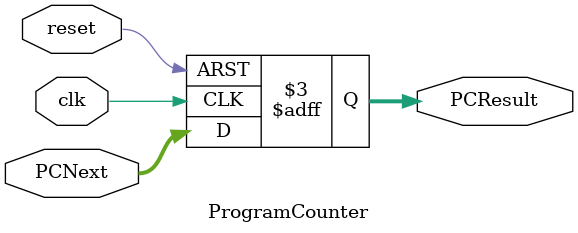
<source format=v>
module ProgramCounter(PCNext, PCResult, reset, clk);

	input       [31:0]  PCNext;
	input               reset, clk;

	output reg  [31:0]  PCResult;

    always @(posedge clk or negedge reset)
    begin
    	if (~reset)begin
    		PCResult <= 32'h00000000;
    	end
    	else begin
			PCResult <= PCNext;
    	end

		$monitor("PC=%h",PCResult);
    end

endmodule
</source>
